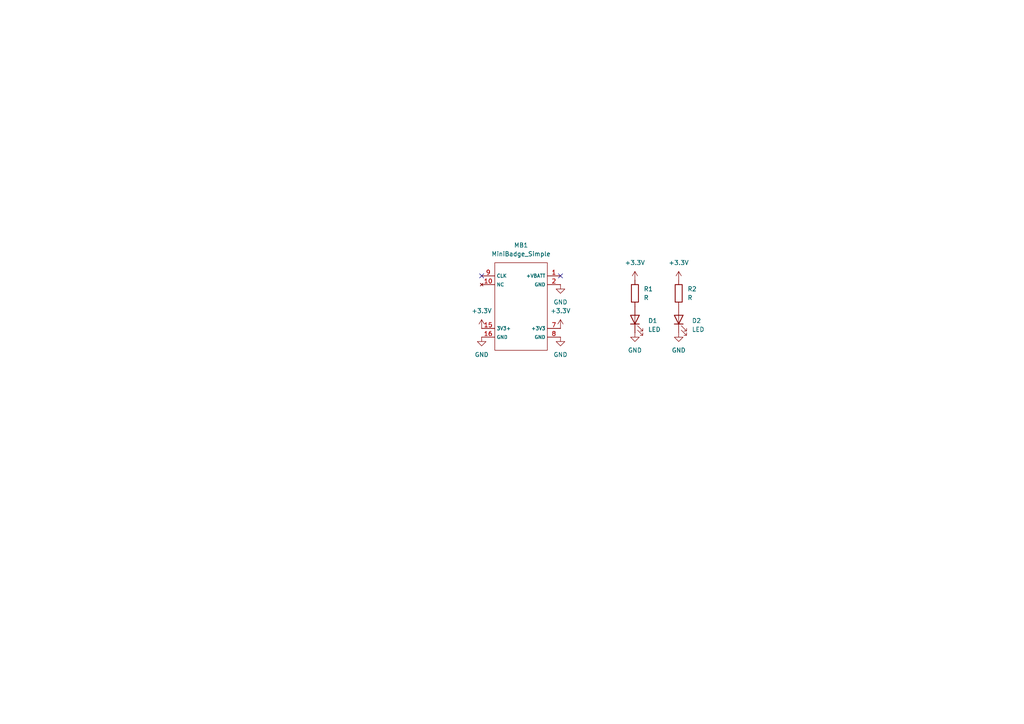
<source format=kicad_sch>
(kicad_sch (version 20231120) (generator "eeschema") (generator_version "8.0")
  (paper "A4")
  (lib_symbols
    (symbol "Device:LED" (pin_numbers hide) (pin_names (offset 1.016) hide)
      (property "Reference" "D" (at 0 2.54 0))
      (property "Value" "LED" (at 0 -2.54 0))
      (symbol "LED_0_1"
        (polyline (pts (xy -1.27 -1.27) (xy -1.27 1.27)) (stroke (width 0.254)))
        (polyline (pts (xy -1.27 0) (xy 1.27 0)))
        (polyline (pts (xy 1.27 -1.27) (xy 1.27 1.27) (xy -1.27 0) (xy 1.27 -1.27)) (stroke (width 0.254)))
        (polyline (pts (xy -3.048 -0.762) (xy -4.572 -2.286) (xy -3.81 -2.286) (xy -4.572 -2.286) (xy -4.572 -1.524)))
        (polyline (pts (xy -1.778 -0.762) (xy -3.302 -2.286) (xy -2.54 -2.286) (xy -3.302 -2.286) (xy -3.302 -1.524)))
      )
      (symbol "LED_1_1"
        (pin passive line (at -3.81 0 0) (length 2.54) (name "K") (number "1"))
        (pin passive line (at 3.81 0 180) (length 2.54) (name "A") (number "2"))
      )
    )
    (symbol "Device:R" (pin_numbers hide) (pin_names (offset 0))
      (property "Reference" "R" (at 2.032 0 90))
      (property "Value" "R" (at 0 0 90))
      (symbol "R_0_1"
        (rectangle (start -1.016 -2.54) (end 1.016 2.54) (stroke (width 0.254)))
      )
      (symbol "R_1_1"
        (pin passive line (at 0 3.81 270) (length 1.27) (name "~") (number "1"))
        (pin passive line (at 0 -3.81 90) (length 1.27) (name "~") (number "2"))
      )
    )
    (symbol "MiniBadge:MiniBadge_Simple"
      (property "Reference" "MB" (at 8.89 0 0))
      (property "Value" "MiniBadge_Simple" (at -10.16 0 0))
      (symbol "MiniBadge_Simple_0_1"
        (rectangle (start -12.7 7.62) (end 12.7 -7.62))
      )
      (symbol "MiniBadge_Simple_1_1"
        (pin power_out line (at -8.89 11.43 270) (length 3.81) (name "+VBATT") (number "1"))
        (pin no_connect line (at -6.35 -11.43 90) (length 3.81) (name "NC") (number "10"))
        (pin power_out line (at 6.35 -11.43 90) (length 3.81) (name "3V3+") (number "15"))
        (pin power_out line (at 8.89 -11.43 90) (length 3.81) (name "GND") (number "16"))
        (pin power_out line (at -6.35 11.43 270) (length 3.81) (name "GND") (number "2"))
        (pin power_out line (at 6.35 11.43 270) (length 3.81) (name "+3V3") (number "7"))
        (pin power_out line (at 8.89 11.43 270) (length 3.81) (name "GND") (number "8"))
        (pin output line (at -8.89 -11.43 90) (length 3.81) (name "CLK") (number "9"))
      )
    )
    (symbol "power:+3.3V" (power) (pin_numbers hide) (pin_names (offset 0) hide)
      (property "Value" "+3.3V" (at 0 3.556 0))
      (symbol "+3.3V_0_1"
        (polyline (pts (xy -0.762 1.27) (xy 0 2.54)))
        (polyline (pts (xy 0 0) (xy 0 2.54)))
        (polyline (pts (xy 0 2.54) (xy 0.762 1.27)))
      )
      (symbol "+3.3V_1_1"
        (pin power_in line (at 0 0 90) (length 0) (name "~") (number "1"))
      )
    )
    (symbol "power:GND" (power) (pin_numbers hide) (pin_names (offset 0) hide)
      (property "Value" "GND" (at 0 -3.81 0))
      (symbol "GND_0_1"
        (polyline (pts (xy 0 0) (xy 0 -1.27) (xy 1.27 -1.27) (xy 0 -2.54) (xy -1.27 -1.27) (xy 0 -1.27)))
      )
      (symbol "GND_1_1"
        (pin power_in line (at 0 0 270) (length 0) (name "~") (number "1"))
      )
    )
  )
  (no_connect (at 139.7 80.01))
  (no_connect (at 162.56 80.01))
  (symbol (lib_id "power:GND") (at 139.7 97.79 0) (unit 1)
    (property "Reference" "#PWR05" (effects (hide yes)))
    (property "Value" "GND" (at 139.7 102.87 0))
    (property "Description" "Power symbol creates a global label with name \"GND\" , ground" (effects (hide yes)))
  )
  (symbol (lib_id "Device:R") (at 184.15 85.09 0) (unit 1)
    (property "Reference" "R1" (at 186.69 83.8199 0) (effects (justify left)))
    (property "Value" "R" (at 186.69 86.3599 0) (effects (justify left)))
    (property "Footprint" "Resistor_SMD:R_0603_1608Metric" (effects (hide yes)))
    (property "Description" "Resistor" (effects (hide yes)))
  )
  (symbol (lib_id "power:+3.3V") (at 184.15 81.28 0) (unit 1)
    (property "Reference" "#PWR06" (effects (hide yes)))
    (property "Value" "+3.3V" (at 184.15 76.2 0))
    (property "Description" "Power symbol creates a global label with name \"+3.3V\"" (effects (hide yes)))
  )
  (symbol (lib_id "Device:LED") (at 184.15 92.71 90) (unit 1)
    (property "Reference" "D1" (at 187.96 93.0274 90) (effects (justify right)))
    (property "Value" "LED" (at 187.96 95.5674 90) (effects (justify right)))
    (property "Footprint" "LED_SMD:LED_0805_2012Metric" (effects (hide yes)))
    (property "Description" "Light emitting diode" (effects (hide yes)))
  )
  (symbol (lib_id "power:GND") (at 162.56 82.55 0) (unit 1)
    (property "Reference" "#PWR01" (effects (hide yes)))
    (property "Value" "GND" (at 162.56 87.63 0))
    (property "Description" "Power symbol creates a global label with name \"GND\" , ground" (effects (hide yes)))
  )
  (symbol (lib_id "MiniBadge:MiniBadge_Simple") (at 151.13 88.9 270) (unit 1)
    (property "Reference" "MB1" (at 151.13 71.12 90))
    (property "Value" "MiniBadge_Simple" (at 151.13 73.66 90))
    (property "Footprint" "MiniBadge:MiniBadge_Simple_NoEdges" (effects (hide yes)))
  )
  (symbol (lib_id "power:GND") (at 162.56 97.79 0) (unit 1)
    (property "Reference" "#PWR04" (effects (hide yes)))
    (property "Value" "GND" (at 162.56 102.87 0))
    (property "Description" "Power symbol creates a global label with name \"GND\" , ground" (effects (hide yes)))
  )
  (symbol (lib_id "power:GND") (at 196.85 96.52 0) (unit 1)
    (property "Reference" "#PWR09" (effects (hide yes)))
    (property "Value" "GND" (at 196.85 101.6 0))
    (property "Description" "Power symbol creates a global label with name \"GND\" , ground" (effects (hide yes)))
  )
  (symbol (lib_id "Device:R") (at 196.85 85.09 0) (unit 1)
    (property "Reference" "R2" (at 199.39 83.8199 0) (effects (justify left)))
    (property "Value" "R" (at 199.39 86.3599 0) (effects (justify left)))
    (property "Footprint" "Resistor_SMD:R_0603_1608Metric" (effects (hide yes)))
    (property "Description" "Resistor" (effects (hide yes)))
  )
  (symbol (lib_id "power:+3.3V") (at 139.7 95.25 0) (unit 1)
    (property "Reference" "#PWR03" (effects (hide yes)))
    (property "Value" "+3.3V" (at 139.7 90.17 0))
    (property "Description" "Power symbol creates a global label with name \"+3.3V\"" (effects (hide yes)))
  )
  (symbol (lib_id "power:+3.3V") (at 196.85 81.28 0) (unit 1)
    (property "Reference" "#PWR08" (effects (hide yes)))
    (property "Value" "+3.3V" (at 196.85 76.2 0))
    (property "Description" "Power symbol creates a global label with name \"+3.3V\"" (effects (hide yes)))
  )
  (symbol (lib_id "power:+3.3V") (at 162.56 95.25 0) (unit 1)
    (property "Reference" "#PWR02" (effects (hide yes)))
    (property "Value" "+3.3V" (at 162.56 90.17 0))
    (property "Description" "Power symbol creates a global label with name \"+3.3V\"" (effects (hide yes)))
  )
  (symbol (lib_id "power:GND") (at 184.15 96.52 0) (unit 1)
    (property "Reference" "#PWR07" (effects (hide yes)))
    (property "Value" "GND" (at 184.15 101.6 0))
    (property "Description" "Power symbol creates a global label with name \"GND\" , ground" (effects (hide yes)))
  )
  (symbol (lib_id "Device:LED") (at 196.85 92.71 90) (unit 1)
    (property "Reference" "D2" (at 200.66 93.0274 90) (effects (justify right)))
    (property "Value" "LED" (at 200.66 95.5674 90) (effects (justify right)))
    (property "Footprint" "LED_SMD:LED_0805_2012Metric" (effects (hide yes)))
    (property "Description" "Light emitting diode" (effects (hide yes)))
  )
)
</source>
